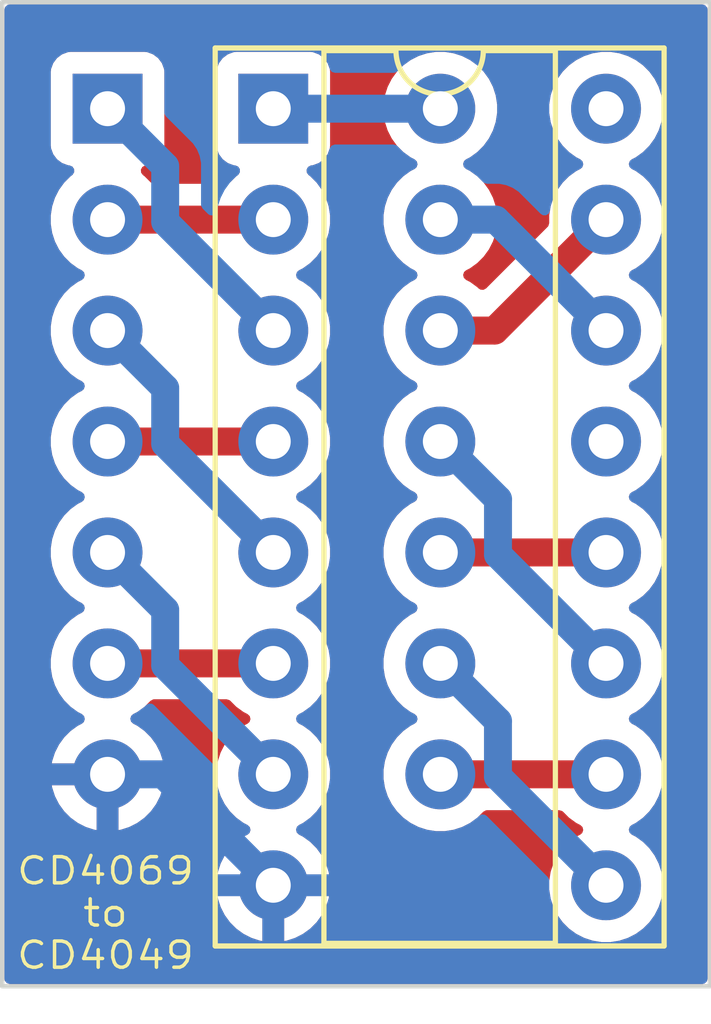
<source format=kicad_pcb>
(kicad_pcb (version 20241229) (generator "pcbnew") (generator_version "9.0")
  (layers (0 "F.Cu" signal) (2 "B.Cu" signal) (13 "F.Paste" user) (15 "B.Paste" user) (5 "F.SilkS" user "F.Silkscreen") (7 "B.SilkS" user "B.Silkscreen") (1 "F.Mask" user) (3 "B.Mask" user) (25 "Edge.Cuts" user))
  (net 0 "")
  (net 1 "Net-(U1-Pad1)")
  (net 2 "Net-(U1-Pad2)")
  (net 3 "Net-(U1-Pad3)")
  (net 4 "Net-(U1-Pad4)")
  (net 5 "Net-(U1-Pad5)")
  (net 6 "Net-(U1-Pad6)")
  (net 7 "GND")
  (net 8 "Net-(U1-Pad8)")
  (net 9 "Net-(U1-Pad9)")
  (net 10 "Net-(U1-Pad10)")
  (net 11 "Net-(U1-Pad11)")
  (net 12 "Net-(U1-Pad12)")
  (net 13 "Net-(U1-Pad13)")
  (net 14 "VDC")
  (footprint "Package_DIP:DIP-16_W7.62mm_Socket" (layer "F.Cu") (at 116.3422 77.2668)
    (property "Reference" "U2" (hide yes))
    (property "Value" "4049")
    (fp_line (start -1.33 -1.39) (end -1.33 19.17) (stroke (width 0.12)) (layer "F.SilkS"))
    (fp_line (start -1.33 19.17) (end 8.95 19.17) (stroke (width 0.12)) (layer "F.SilkS"))
    (fp_line (start 1.16 -1.33) (end 1.16 19.11) (stroke (width 0.12)) (layer "F.SilkS"))
    (fp_line (start 1.16 19.11) (end 6.46 19.11) (stroke (width 0.12)) (layer "F.SilkS"))
    (fp_line (start 2.81 -1.33) (end 1.16 -1.33) (stroke (width 0.12)) (layer "F.SilkS"))
    (fp_line (start 6.46 -1.33) (end 4.81 -1.33) (stroke (width 0.12)) (layer "F.SilkS"))
    (fp_line (start 6.46 19.11) (end 6.46 -1.33) (stroke (width 0.12)) (layer "F.SilkS"))
    (fp_line (start 8.95 -1.39) (end -1.33 -1.39) (stroke (width 0.12)) (layer "F.SilkS"))
    (fp_line (start 8.95 19.17) (end 8.95 -1.39) (stroke (width 0.12)) (layer "F.SilkS"))
    (fp_arc (start 4.81 -1.33) (mid 3.81 -0.33) (end 2.81 -1.33) (stroke (width 0.12)) (layer "F.SilkS"))
    (pad "1" thru_hole rect (at 0 0) (size 1.6 1.6) (drill 0.8) (layers "*.Cu" "*.Mask") (net 14 "VDC"))
    (pad "2" thru_hole oval (at 0 2.54) (size 1.6 1.6) (drill 0.8) (layers "*.Cu" "*.Mask") (net 2 "Net-(U1-Pad2)"))
    (pad "3" thru_hole oval (at 0 5.08) (size 1.6 1.6) (drill 0.8) (layers "*.Cu" "*.Mask") (net 1 "Net-(U1-Pad1)"))
    (pad "4" thru_hole oval (at 0 7.62) (size 1.6 1.6) (drill 0.8) (layers "*.Cu" "*.Mask") (net 4 "Net-(U1-Pad4)"))
    (pad "5" thru_hole oval (at 0 10.16) (size 1.6 1.6) (drill 0.8) (layers "*.Cu" "*.Mask") (net 3 "Net-(U1-Pad3)"))
    (pad "6" thru_hole oval (at 0 12.7) (size 1.6 1.6) (drill 0.8) (layers "*.Cu" "*.Mask") (net 6 "Net-(U1-Pad6)"))
    (pad "7" thru_hole oval (at 0 15.24) (size 1.6 1.6) (drill 0.8) (layers "*.Cu" "*.Mask") (net 5 "Net-(U1-Pad5)"))
    (pad "8" thru_hole oval (at 0 17.78) (size 1.6 1.6) (drill 0.8) (layers "*.Cu" "*.Mask") (net 7 "GND"))
    (pad "9" thru_hole oval (at 7.62 17.78) (size 1.6 1.6) (drill 0.8) (layers "*.Cu" "*.Mask") (net 9 "Net-(U1-Pad9)"))
    (pad "10" thru_hole oval (at 7.62 15.24) (size 1.6 1.6) (drill 0.8) (layers "*.Cu" "*.Mask") (net 8 "Net-(U1-Pad8)"))
    (pad "11" thru_hole oval (at 7.62 12.7) (size 1.6 1.6) (drill 0.8) (layers "*.Cu" "*.Mask") (net 11 "Net-(U1-Pad11)"))
    (pad "12" thru_hole oval (at 7.62 10.16) (size 1.6 1.6) (drill 0.8) (layers "*.Cu" "*.Mask") (net 10 "Net-(U1-Pad10)"))
    (pad "13" thru_hole oval (at 7.62 7.62) (size 1.6 1.6) (drill 0.8) (layers "*.Cu" "*.Mask"))
    (pad "14" thru_hole oval (at 7.62 5.08) (size 1.6 1.6) (drill 0.8) (layers "*.Cu" "*.Mask") (net 13 "Net-(U1-Pad13)"))
    (pad "15" thru_hole oval (at 7.62 2.54) (size 1.6 1.6) (drill 0.8) (layers "*.Cu" "*.Mask") (net 12 "Net-(U1-Pad12)"))
    (pad "16" thru_hole oval (at 7.62 0) (size 1.6 1.6) (drill 0.8) (layers "*.Cu" "*.Mask"))
  )
  (footprint "Package_DIP:DIP-14_W7.62mm_Socket" (layer "F.Cu") (at 112.5474 77.2668)
    (property "Reference" "U1" (hide yes))
    (property "Value" "4069" (hide yes))
    (pad "1" thru_hole rect (at 0 0) (size 1.6 1.6) (drill 0.8) (layers "*.Cu" "*.Mask") (net 1 "Net-(U1-Pad1)"))
    (pad "2" thru_hole oval (at 0 2.54) (size 1.6 1.6) (drill 0.8) (layers "*.Cu" "*.Mask") (net 2 "Net-(U1-Pad2)"))
    (pad "3" thru_hole oval (at 0 5.08) (size 1.6 1.6) (drill 0.8) (layers "*.Cu" "*.Mask") (net 3 "Net-(U1-Pad3)"))
    (pad "4" thru_hole oval (at 0 7.62) (size 1.6 1.6) (drill 0.8) (layers "*.Cu" "*.Mask") (net 4 "Net-(U1-Pad4)"))
    (pad "5" thru_hole oval (at 0 10.16) (size 1.6 1.6) (drill 0.8) (layers "*.Cu" "*.Mask") (net 5 "Net-(U1-Pad5)"))
    (pad "6" thru_hole oval (at 0 12.7) (size 1.6 1.6) (drill 0.8) (layers "*.Cu" "*.Mask") (net 6 "Net-(U1-Pad6)"))
    (pad "7" thru_hole oval (at 0 15.24) (size 1.6 1.6) (drill 0.8) (layers "*.Cu" "*.Mask") (net 7 "GND"))
    (pad "8" thru_hole oval (at 7.62 15.24) (size 1.6 1.6) (drill 0.8) (layers "*.Cu" "*.Mask") (net 8 "Net-(U1-Pad8)"))
    (pad "9" thru_hole oval (at 7.62 12.7) (size 1.6 1.6) (drill 0.8) (layers "*.Cu" "*.Mask") (net 9 "Net-(U1-Pad9)"))
    (pad "10" thru_hole oval (at 7.62 10.16) (size 1.6 1.6) (drill 0.8) (layers "*.Cu" "*.Mask") (net 10 "Net-(U1-Pad10)"))
    (pad "11" thru_hole oval (at 7.62 7.62) (size 1.6 1.6) (drill 0.8) (layers "*.Cu" "*.Mask") (net 11 "Net-(U1-Pad11)"))
    (pad "12" thru_hole oval (at 7.62 5.08) (size 1.6 1.6) (drill 0.8) (layers "*.Cu" "*.Mask") (net 12 "Net-(U1-Pad12)"))
    (pad "13" thru_hole oval (at 7.62 2.54) (size 1.6 1.6) (drill 0.8) (layers "*.Cu" "*.Mask") (net 13 "Net-(U1-Pad13)"))
    (pad "14" thru_hole oval (at 7.62 0) (size 1.6 1.6) (drill 0.8) (layers "*.Cu" "*.Mask") (net 14 "VDC"))
  )
  (gr_rect (start 110.1344 74.8284) (end 126.3396 97.3582) (stroke (width 0.1)) (fill no) (layer "Edge.Cuts"))
  (gr_text "CD4069\nto\nCD4049" (at 112.5 97 0) (layer "F.SilkS") (effects (font (size 0.6 0.7) (thickness 0.08)) (justify bottom)))
  (segment (start 113.8674 79.8568) (end 116.3574 82.3468) (width 0.64) (layer "B.Cu") (net 1))
  (segment (start 112.5474 77.2668) (end 113.8674 78.5868) (width 0.64) (layer "B.Cu") (net 1))
  (segment (start 113.8674 78.5868) (end 113.8674 79.8568) (width 0.64) (layer "B.Cu") (net 1))
  (segment (start 112.5474 79.8068) (end 116.3574 79.8068) (width 0.64) (layer "F.Cu") (net 2))
  (segment (start 113.8674 84.9368) (end 116.3574 87.4268) (width 0.64) (layer "B.Cu") (net 3))
  (segment (start 113.8674 83.6668) (end 113.8674 84.9368) (width 0.64) (layer "B.Cu") (net 3))
  (segment (start 112.5474 82.3468) (end 113.8674 83.6668) (width 0.64) (layer "B.Cu") (net 3))
  (segment (start 112.5474 84.8868) (end 116.3574 84.8868) (width 0.64) (layer "F.Cu") (net 4))
  (segment (start 112.5474 87.4268) (end 113.8674 88.7468) (width 0.64) (layer "B.Cu") (net 5))
  (segment (start 113.8674 88.7468) (end 113.8674 90.0168) (width 0.64) (layer "B.Cu") (net 5))
  (segment (start 113.8674 90.0168) (end 116.3574 92.5068) (width 0.64) (layer "B.Cu") (net 5))
  (segment (start 112.5474 89.9668) (end 116.3574 89.9668) (width 0.64) (layer "F.Cu") (net 6))
  (segment (start 113.8174 92.5068) (end 116.3574 95.0468) (width 0.64) (layer "B.Cu") (net 7))
  (segment (start 112.5474 92.5068) (end 113.8174 92.5068) (width 0.64) (layer "B.Cu") (net 7))
  (segment (start 120.1674 92.5068) (end 123.9774 92.5068) (width 0.64) (layer "F.Cu") (net 8))
  (segment (start 121.4874 91.2868) (end 121.4874 92.5568) (width 0.64) (layer "B.Cu") (net 9))
  (segment (start 120.1674 89.9668) (end 121.4874 91.2868) (width 0.64) (layer "B.Cu") (net 9))
  (segment (start 121.4874 92.5568) (end 123.9774 95.0468) (width 0.64) (layer "B.Cu") (net 9))
  (segment (start 120.1674 87.4268) (end 123.9774 87.4268) (width 0.64) (layer "F.Cu") (net 10))
  (segment (start 121.4882 87.4776) (end 123.9774 89.9668) (width 0.64) (layer "B.Cu") (net 11))
  (segment (start 120.1674 84.8868) (end 121.4882 86.2076) (width 0.64) (layer "B.Cu") (net 11))
  (segment (start 121.4882 86.2076) (end 121.4882 87.4776) (width 0.64) (layer "B.Cu") (net 11))
  (segment (start 121.412 82.3468) (end 123.9774 79.7814) (width 0.64) (layer "F.Cu") (net 12))
  (segment (start 120.1674 82.3468) (end 121.412 82.3468) (width 0.64) (layer "F.Cu") (net 12))
  (segment (start 120.1674 79.8068) (end 121.4374 79.8068) (width 0.64) (layer "B.Cu") (net 13))
  (segment (start 121.4374 79.8068) (end 123.9774 82.3468) (width 0.64) (layer "B.Cu") (net 13))
  (segment (start 116.3422 77.2668) (end 120.1928 77.2668) (width 0.64) (layer "B.Cu") (net 14))
  (zone (net 7) (net_name "GND") (layers "F.Cu" "B.Cu") (connect_pads (clearance 0.5)) (min_thickness 0.25) (fill yes (thermal_gap 0.5) (thermal_bridge_width 0.5))
    (polygon (pts (xy 110.1852 74.8792) (xy 126.2888 74.8792) (xy 126.2888 97.3074) (xy 110.1852 97.3074)))
  )
)
</source>
